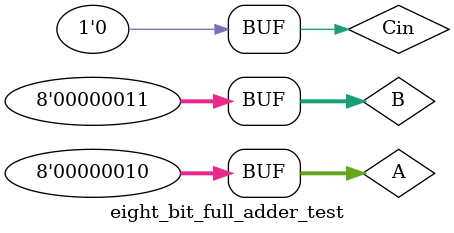
<source format=v>
`include "eight_bit_full_adder.v"
module eight_bit_full_adder_test;
reg [7:0]A;                  
reg [7:0]B;
reg Cin;

wire [7:0]Sum;
wire Cout;
eightbit_fulladder g(A,B,Cin,Sum,Cout); //A,B ->8 bit input numbers Cin->Carry input Cout->Carry Output
initial begin
    $dumpfile("eight_full_adder.vcd");
    $dumpvars(0,eight_bit_full_adder_test);
    $monitor($time, " A=%b,B=%b,Sum=%b,Cout=%b",A,B,Sum,Cout);
   #5 A=2;B=3;Cin=0;
    end
endmodule 
</source>
